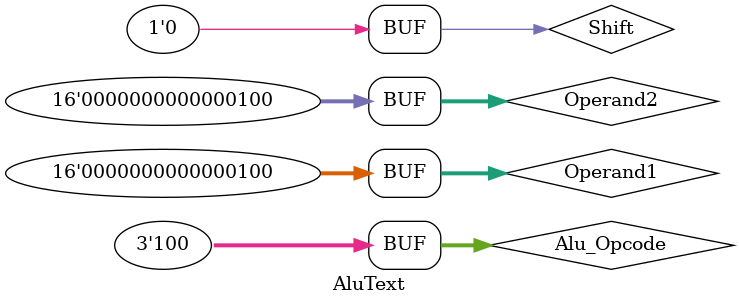
<source format=v>
`timescale 1ns / 1ps
module AluText;

	// Inputs
	reg [15:0] Operand1;
	reg [15:0] Operand2;
	reg [2:0] Alu_Opcode;
	reg Shift;

	// Outputs
	wire [15:0] Result;
	wire Zero_Out;

	// Instantiate the Unit Under Test (UUT)
	ALU uut (
		.Operand1(Operand1), 
		.Operand2(Operand2), 
		.Alu_Opcode(Alu_Opcode), 
		.Shift(Shift), 
		.Result(Result), 
		.Zero_Out(Zero_Out)
	);

	initial begin
		// Initialize Inputs
		Operand1 = 16'h0004;
		Operand2 = 16'h0004;
		Alu_Opcode = 000;
		Shift = 0;

		// Wait 100 ns for global reset to finish
		#100;
        
		Operand1 = 16'h0004;
		Operand2 = 16'h0002;
		Alu_Opcode = 010;
		Shift = 0;
		// Add stimulus here
		#100;
        
		Operand1 = 16'h0004;
		Operand2 = 16'h0002;
		Alu_Opcode = 011;
		Shift = 1;
		
		
		#100;
        
		Operand1 = 16'h0004;
		Operand2 = 16'h0004;
		Alu_Opcode = 100;
		Shift = 0;
		

	end
      
endmodule
</source>
